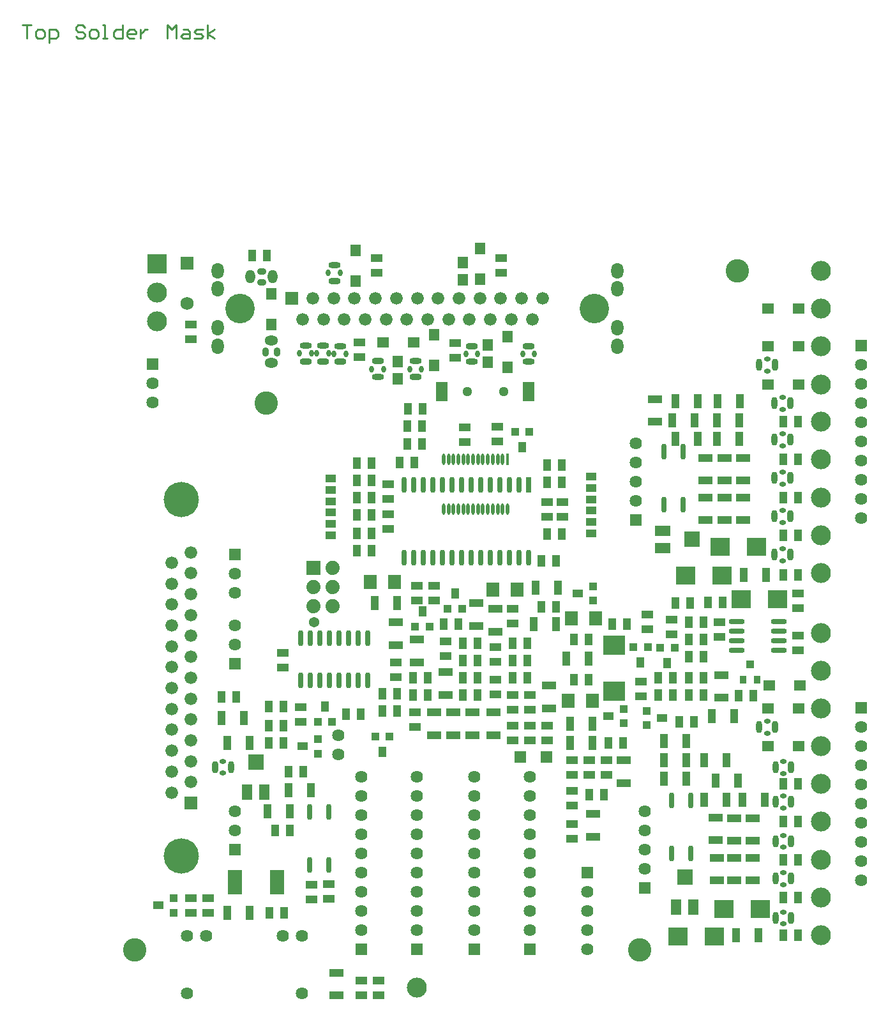
<source format=gts>
%FSLAX23Y23*%
%MOIN*%
G70*
G01*
G75*
G04 Layer_Color=13488067*
G04 Layer_Color=13488067*
%ADD10C,0.013*%
%ADD11R,0.024X0.080*%
%ADD12O,0.024X0.080*%
%ADD13R,0.039X0.071*%
%ADD14R,0.057X0.035*%
%ADD15R,0.035X0.057*%
%ADD16R,0.036X0.036*%
%ADD17R,0.060X0.052*%
%ADD18O,0.030X0.020*%
%ADD19O,0.030X0.059*%
%ADD20O,0.028X0.059*%
%ADD21R,0.071X0.126*%
%ADD22R,0.036X0.050*%
%ADD23R,0.050X0.036*%
%ADD24R,0.095X0.091*%
%ADD25R,0.071X0.039*%
%ADD26R,0.079X0.079*%
%ADD27R,0.051X0.079*%
%ADD28R,0.052X0.060*%
%ADD29O,0.059X0.028*%
%ADD30O,0.059X0.030*%
%ADD31O,0.020X0.030*%
%ADD32R,0.063X0.071*%
%ADD33O,0.013X0.055*%
%ADD34R,0.013X0.055*%
%ADD35O,0.080X0.024*%
%ADD36R,0.037X0.037*%
%ADD37R,0.033X0.037*%
%ADD38R,0.114X0.095*%
%ADD39O,0.067X0.047*%
%ADD40O,0.031X0.043*%
%ADD41O,0.047X0.067*%
%ADD42O,0.043X0.031*%
%ADD43R,0.060X0.100*%
%ADD44C,0.050*%
%ADD45R,0.060X0.060*%
%ADD46R,0.050X0.060*%
%ADD47R,0.079X0.051*%
%ADD48C,0.016*%
%ADD49C,0.024*%
%ADD50C,0.010*%
%ADD51C,0.032*%
%ADD52C,0.020*%
%ADD53C,0.008*%
%ADD54C,0.080*%
%ADD55C,0.050*%
%ADD56C,0.100*%
%ADD57C,0.040*%
%ADD58C,0.005*%
%ADD59C,0.118*%
%ADD60C,0.150*%
%ADD61C,0.060*%
%ADD62R,0.062X0.062*%
%ADD63C,0.062*%
%ADD64R,0.064X0.064*%
%ADD65C,0.064*%
%ADD66R,0.050X0.040*%
%ADD67R,0.100X0.100*%
%ADD68C,0.100*%
%ADD69C,0.047*%
%ADD70O,0.060X0.079*%
%ADD71R,0.070X0.070*%
%ADD72C,0.070*%
%ADD73C,0.180*%
%ADD74C,0.022*%
%ADD75C,0.016*%
%ADD76C,0.028*%
%ADD77C,0.032*%
%ADD78R,0.071X0.063*%
%ADD79C,0.008*%
%ADD80C,0.010*%
%ADD81C,0.012*%
%ADD82C,0.004*%
%ADD83R,0.028X0.084*%
%ADD84O,0.028X0.084*%
%ADD85R,0.043X0.075*%
%ADD86R,0.061X0.039*%
%ADD87R,0.039X0.061*%
%ADD88R,0.040X0.040*%
%ADD89R,0.064X0.056*%
%ADD90O,0.034X0.024*%
%ADD91O,0.034X0.063*%
%ADD92O,0.032X0.063*%
%ADD93R,0.075X0.130*%
%ADD94R,0.040X0.054*%
%ADD95R,0.054X0.040*%
%ADD96R,0.099X0.095*%
%ADD97R,0.075X0.043*%
%ADD98R,0.083X0.083*%
%ADD99R,0.055X0.083*%
%ADD100R,0.056X0.064*%
%ADD101O,0.063X0.032*%
%ADD102O,0.063X0.034*%
%ADD103O,0.024X0.034*%
%ADD104R,0.067X0.075*%
%ADD105O,0.017X0.059*%
%ADD106R,0.017X0.059*%
%ADD107O,0.084X0.028*%
%ADD108R,0.041X0.041*%
%ADD109R,0.037X0.041*%
%ADD110R,0.118X0.099*%
%ADD111O,0.071X0.051*%
%ADD112O,0.035X0.047*%
%ADD113O,0.051X0.071*%
%ADD114O,0.047X0.035*%
%ADD115R,0.064X0.104*%
%ADD116C,0.054*%
%ADD117R,0.054X0.064*%
%ADD118R,0.083X0.055*%
%ADD119C,0.122*%
%ADD120C,0.154*%
%ADD121R,0.066X0.066*%
%ADD122C,0.066*%
%ADD123R,0.068X0.068*%
%ADD124C,0.068*%
%ADD125R,0.054X0.044*%
%ADD126R,0.104X0.104*%
%ADD127C,0.104*%
%ADD128C,0.051*%
%ADD129O,0.064X0.083*%
%ADD130R,0.074X0.074*%
%ADD131C,0.074*%
%ADD132C,0.184*%
D50*
X-390Y5220D02*
X-343D01*
X-367D01*
Y5150D01*
X-308D02*
X-285D01*
X-273Y5162D01*
Y5185D01*
X-285Y5197D01*
X-308D01*
X-320Y5185D01*
Y5162D01*
X-308Y5150D01*
X-250Y5127D02*
Y5197D01*
X-215D01*
X-203Y5185D01*
Y5162D01*
X-215Y5150D01*
X-250D01*
X-63Y5208D02*
X-75Y5220D01*
X-98D01*
X-110Y5208D01*
Y5197D01*
X-98Y5185D01*
X-75D01*
X-63Y5173D01*
Y5162D01*
X-75Y5150D01*
X-98D01*
X-110Y5162D01*
X-28Y5150D02*
X-5D01*
X7Y5162D01*
Y5185D01*
X-5Y5197D01*
X-28D01*
X-40Y5185D01*
Y5162D01*
X-28Y5150D01*
X30D02*
X53D01*
X42D01*
Y5220D01*
X30D01*
X135D02*
Y5150D01*
X100D01*
X88Y5162D01*
Y5185D01*
X100Y5197D01*
X135D01*
X193Y5150D02*
X170D01*
X158Y5162D01*
Y5185D01*
X170Y5197D01*
X193D01*
X205Y5185D01*
Y5173D01*
X158D01*
X228Y5197D02*
Y5150D01*
Y5173D01*
X240Y5185D01*
X251Y5197D01*
X263D01*
X368Y5150D02*
Y5220D01*
X391Y5197D01*
X415Y5220D01*
Y5150D01*
X450Y5197D02*
X473D01*
X485Y5185D01*
Y5150D01*
X450D01*
X438Y5162D01*
X450Y5173D01*
X485D01*
X508Y5150D02*
X543D01*
X555Y5162D01*
X543Y5173D01*
X520D01*
X508Y5185D01*
X520Y5197D01*
X555D01*
X578Y5150D02*
Y5220D01*
Y5173D02*
X613Y5197D01*
X578Y5173D02*
X613Y5150D01*
D64*
X2347Y1400D02*
D03*
X2212D02*
D03*
X720Y1887D02*
D03*
X2560Y797D02*
D03*
X1670Y397D02*
D03*
X2260D02*
D03*
X1380D02*
D03*
X1970D02*
D03*
X3990Y1657D02*
D03*
X290Y3450D02*
D03*
X720Y2457D02*
D03*
Y917D02*
D03*
X2815Y2638D02*
D03*
X2860Y717D02*
D03*
X3990Y3547D02*
D03*
D65*
X1670Y497D02*
D03*
X1380Y997D02*
D03*
Y1097D02*
D03*
Y897D02*
D03*
X1670Y1297D02*
D03*
Y1197D02*
D03*
Y997D02*
D03*
X720Y1987D02*
D03*
Y2087D02*
D03*
X2560Y597D02*
D03*
Y697D02*
D03*
Y397D02*
D03*
Y497D02*
D03*
X1670Y1097D02*
D03*
Y697D02*
D03*
Y797D02*
D03*
X2260Y1197D02*
D03*
Y1297D02*
D03*
Y1097D02*
D03*
Y897D02*
D03*
Y697D02*
D03*
Y797D02*
D03*
Y497D02*
D03*
Y597D02*
D03*
X1380Y1297D02*
D03*
Y697D02*
D03*
Y797D02*
D03*
Y497D02*
D03*
Y597D02*
D03*
X1670Y897D02*
D03*
X1970Y597D02*
D03*
Y497D02*
D03*
Y797D02*
D03*
Y697D02*
D03*
Y897D02*
D03*
Y997D02*
D03*
Y1297D02*
D03*
Y1197D02*
D03*
X2260Y997D02*
D03*
X1970Y1097D02*
D03*
X1380Y1197D02*
D03*
X1670Y597D02*
D03*
X290Y3250D02*
D03*
Y3350D02*
D03*
X720Y2257D02*
D03*
Y2357D02*
D03*
Y1117D02*
D03*
Y1017D02*
D03*
X970Y467D02*
D03*
X1260Y1515D02*
D03*
Y1415D02*
D03*
X2815Y2938D02*
D03*
Y3038D02*
D03*
Y2738D02*
D03*
Y2838D02*
D03*
X2860Y1017D02*
D03*
Y1117D02*
D03*
Y817D02*
D03*
Y917D02*
D03*
X3990Y1457D02*
D03*
Y1557D02*
D03*
Y1257D02*
D03*
Y1357D02*
D03*
Y1157D02*
D03*
Y957D02*
D03*
Y1057D02*
D03*
Y757D02*
D03*
Y857D02*
D03*
Y3347D02*
D03*
Y3447D02*
D03*
Y3147D02*
D03*
Y3247D02*
D03*
Y3047D02*
D03*
Y2847D02*
D03*
Y2947D02*
D03*
Y2647D02*
D03*
Y2747D02*
D03*
X1070Y467D02*
D03*
X570Y467D02*
D03*
X470D02*
D03*
Y167D02*
D03*
X1070D02*
D03*
D83*
X2256Y2820D02*
D03*
D84*
X2206D02*
D03*
X2156D02*
D03*
X2106D02*
D03*
X2056D02*
D03*
X2006D02*
D03*
X1956D02*
D03*
X1906D02*
D03*
X1856D02*
D03*
X1806D02*
D03*
X1756D02*
D03*
X1706D02*
D03*
X1656D02*
D03*
X1606D02*
D03*
Y2440D02*
D03*
X1656D02*
D03*
X1706D02*
D03*
X1756D02*
D03*
X1806D02*
D03*
X1856D02*
D03*
X1906D02*
D03*
X1956D02*
D03*
X2006D02*
D03*
X2056D02*
D03*
X2106D02*
D03*
X2156D02*
D03*
X2206D02*
D03*
X2256D02*
D03*
X1065Y2020D02*
D03*
X1115D02*
D03*
X1165D02*
D03*
X1215D02*
D03*
X1265D02*
D03*
X1315D02*
D03*
X1365D02*
D03*
X1415D02*
D03*
Y1800D02*
D03*
X1365D02*
D03*
X1315D02*
D03*
X1265D02*
D03*
X1215D02*
D03*
X1165D02*
D03*
X1115D02*
D03*
X1065D02*
D03*
X3100Y1174D02*
D03*
X3000D02*
D03*
X3100Y899D02*
D03*
X3000D02*
D03*
X3060Y2994D02*
D03*
X2960D02*
D03*
X3060Y2719D02*
D03*
X2960D02*
D03*
X1210Y1114D02*
D03*
X1110D02*
D03*
X1210Y839D02*
D03*
X1110D02*
D03*
D85*
X3079Y1385D02*
D03*
X2962D02*
D03*
X3139Y3258D02*
D03*
X3022D02*
D03*
X3171Y1177D02*
D03*
X3288D02*
D03*
X3022Y3061D02*
D03*
X3139D02*
D03*
X3212Y1615D02*
D03*
X1009Y1117D02*
D03*
X1119Y1227D02*
D03*
X680Y1476D02*
D03*
X797D02*
D03*
X650Y1604D02*
D03*
X767D02*
D03*
X3337Y472D02*
D03*
X3454D02*
D03*
X3371Y1177D02*
D03*
X3488D02*
D03*
X3230Y1279D02*
D03*
X3347D02*
D03*
X3079Y1287D02*
D03*
X2962D02*
D03*
X3079Y1485D02*
D03*
X2962D02*
D03*
X3377Y2352D02*
D03*
X3494D02*
D03*
X3239Y3061D02*
D03*
X3356D02*
D03*
X3239Y3159D02*
D03*
X3356D02*
D03*
X3003D02*
D03*
X3120D02*
D03*
X1569Y2205D02*
D03*
X1452D02*
D03*
X2281Y2095D02*
D03*
X2398D02*
D03*
X2291Y2285D02*
D03*
X2408D02*
D03*
X2451Y1915D02*
D03*
X2568D02*
D03*
X2471Y1575D02*
D03*
X2588D02*
D03*
X3329Y1615D02*
D03*
X2589Y1475D02*
D03*
X2472D02*
D03*
X892Y1117D02*
D03*
X3288Y1385D02*
D03*
X3171D02*
D03*
X1002Y1227D02*
D03*
X799Y587D02*
D03*
X682D02*
D03*
X3359Y3257D02*
D03*
X3242D02*
D03*
D86*
X970Y1943D02*
D03*
Y1867D02*
D03*
X1760Y2217D02*
D03*
Y2293D02*
D03*
X1670D02*
D03*
X2840Y1717D02*
D03*
Y1793D02*
D03*
X3000Y2118D02*
D03*
Y2042D02*
D03*
X2875Y2067D02*
D03*
Y2143D02*
D03*
X1120Y735D02*
D03*
Y659D02*
D03*
X1063Y1586D02*
D03*
Y1662D02*
D03*
X2430Y2732D02*
D03*
Y2656D02*
D03*
X1520Y2668D02*
D03*
Y2592D02*
D03*
X2080Y1803D02*
D03*
Y1727D02*
D03*
X2170Y2173D02*
D03*
Y2097D02*
D03*
X2080Y1973D02*
D03*
Y1897D02*
D03*
X1920Y3122D02*
D03*
Y3046D02*
D03*
X2090Y3049D02*
D03*
Y3125D02*
D03*
X2260Y1487D02*
D03*
Y1563D02*
D03*
X2350Y1563D02*
D03*
Y1487D02*
D03*
X2170Y1563D02*
D03*
Y1487D02*
D03*
Y1723D02*
D03*
Y1647D02*
D03*
X2260Y1723D02*
D03*
Y1647D02*
D03*
X3660Y2033D02*
D03*
Y1957D02*
D03*
X2480Y1147D02*
D03*
Y1223D02*
D03*
X2570Y1383D02*
D03*
Y1307D02*
D03*
X1560Y1893D02*
D03*
Y1817D02*
D03*
X2350Y2732D02*
D03*
Y2656D02*
D03*
X2660Y1383D02*
D03*
Y1307D02*
D03*
X3250Y2027D02*
D03*
Y2103D02*
D03*
X2480Y1383D02*
D03*
Y1307D02*
D03*
X1870Y3562D02*
D03*
Y3486D02*
D03*
X2110Y3927D02*
D03*
Y4003D02*
D03*
X1370Y3489D02*
D03*
Y3565D02*
D03*
X1460Y4003D02*
D03*
Y3927D02*
D03*
X2480Y1052D02*
D03*
Y976D02*
D03*
X1670Y2217D02*
D03*
X490Y3658D02*
D03*
Y3582D02*
D03*
X490Y589D02*
D03*
Y665D02*
D03*
X580Y589D02*
D03*
Y665D02*
D03*
X1470Y159D02*
D03*
Y235D02*
D03*
X1380Y159D02*
D03*
Y235D02*
D03*
X1520Y2749D02*
D03*
Y2825D02*
D03*
X1820Y2003D02*
D03*
Y1927D02*
D03*
X3660Y2177D02*
D03*
Y2253D02*
D03*
X1660Y1633D02*
D03*
Y1557D02*
D03*
X1210Y738D02*
D03*
Y662D02*
D03*
D87*
X3118Y1585D02*
D03*
X3042D02*
D03*
X1378Y1625D02*
D03*
X1622Y3034D02*
D03*
X1302Y1625D02*
D03*
X973Y1565D02*
D03*
X897D02*
D03*
X973Y1476D02*
D03*
X897D02*
D03*
X973Y1663D02*
D03*
X897D02*
D03*
X1357Y2844D02*
D03*
X1433D02*
D03*
X1357Y2479D02*
D03*
X1433D02*
D03*
X1357Y2934D02*
D03*
X1433D02*
D03*
X1357Y2754D02*
D03*
X1433D02*
D03*
X2352Y2834D02*
D03*
X2428D02*
D03*
X2248Y1995D02*
D03*
X2172D02*
D03*
X2398Y2185D02*
D03*
X2322D02*
D03*
X2248Y1905D02*
D03*
X2172D02*
D03*
X1658Y2937D02*
D03*
X1582D02*
D03*
X1698Y3034D02*
D03*
Y3127D02*
D03*
X1622D02*
D03*
X2398Y2424D02*
D03*
X2322D02*
D03*
X2352Y2924D02*
D03*
X2428D02*
D03*
X1624Y3218D02*
D03*
X1700D02*
D03*
X2248Y1815D02*
D03*
X2172D02*
D03*
X2568Y2015D02*
D03*
X2492D02*
D03*
X3008Y1725D02*
D03*
X2932D02*
D03*
X3008Y1815D02*
D03*
X2932D02*
D03*
X3168Y1925D02*
D03*
X3092D02*
D03*
X3098Y2205D02*
D03*
X3022D02*
D03*
X3168Y1815D02*
D03*
X3092D02*
D03*
X3168Y2015D02*
D03*
X3092D02*
D03*
X3428Y1720D02*
D03*
X3352D02*
D03*
X3268Y2207D02*
D03*
X3192D02*
D03*
X2648Y1205D02*
D03*
X2572D02*
D03*
X1988Y1905D02*
D03*
X1912D02*
D03*
X1728Y1725D02*
D03*
X1652D02*
D03*
X1912Y1725D02*
D03*
X1988D02*
D03*
X1988Y1995D02*
D03*
X1912D02*
D03*
X2428Y2564D02*
D03*
X1357Y2569D02*
D03*
X1433D02*
D03*
X1357Y2664D02*
D03*
X1433D02*
D03*
X2568Y1805D02*
D03*
X2492D02*
D03*
X3168Y2105D02*
D03*
X3092D02*
D03*
X3168Y1725D02*
D03*
X3092D02*
D03*
X1812Y2095D02*
D03*
X1888D02*
D03*
X1492Y1730D02*
D03*
X1568D02*
D03*
X2768Y2095D02*
D03*
X2692D02*
D03*
X2748Y1475D02*
D03*
X2672D02*
D03*
X1568Y1640D02*
D03*
X1492D02*
D03*
X1988Y1815D02*
D03*
X1912D02*
D03*
X1728D02*
D03*
X1652D02*
D03*
X3660Y472D02*
D03*
X3584D02*
D03*
X3660Y669D02*
D03*
X3584D02*
D03*
X3660Y866D02*
D03*
X3584D02*
D03*
X3660Y1063D02*
D03*
X3584D02*
D03*
X3660Y1260D02*
D03*
X3584D02*
D03*
X3660Y2352D02*
D03*
X3584D02*
D03*
X3660Y2559D02*
D03*
X3584D02*
D03*
X3660Y2756D02*
D03*
X3584D02*
D03*
X3660Y2953D02*
D03*
X3584D02*
D03*
X3660Y3150D02*
D03*
X3584D02*
D03*
X2352Y2564D02*
D03*
X651Y1713D02*
D03*
X727D02*
D03*
X1078Y1325D02*
D03*
X1002D02*
D03*
X888Y4017D02*
D03*
X812D02*
D03*
X978Y587D02*
D03*
X902D02*
D03*
X1008Y1017D02*
D03*
X932D02*
D03*
D88*
X2877Y1975D02*
D03*
X2870Y1642D02*
D03*
X1528Y1507D02*
D03*
X1453D02*
D03*
X1153Y1419D02*
D03*
Y1494D02*
D03*
X2590Y2217D02*
D03*
Y2292D02*
D03*
X2183Y3097D02*
D03*
X2802Y1975D02*
D03*
X2870Y1567D02*
D03*
X2750Y1577D02*
D03*
Y1652D02*
D03*
X1907Y2174D02*
D03*
X1737Y2080D02*
D03*
X1228Y1584D02*
D03*
X1153D02*
D03*
X400Y589D02*
D03*
Y664D02*
D03*
X2942Y1970D02*
D03*
X3017D02*
D03*
X1662Y2080D02*
D03*
X1832Y2174D02*
D03*
X2258Y3097D02*
D03*
D89*
X3663Y3346D02*
D03*
X3503D02*
D03*
Y1457D02*
D03*
X3663D02*
D03*
X3503Y1654D02*
D03*
X3663D02*
D03*
X3510Y1775D02*
D03*
X3670D02*
D03*
X3503Y3543D02*
D03*
X3663D02*
D03*
X3503Y3740D02*
D03*
X3663D02*
D03*
X1655Y3563D02*
D03*
X1495D02*
D03*
D90*
X3500Y1526D02*
D03*
Y1587D02*
D03*
Y3477D02*
D03*
Y3416D02*
D03*
X659Y1379D02*
D03*
Y1318D02*
D03*
X3584Y1316D02*
D03*
Y1377D02*
D03*
X3585Y592D02*
D03*
Y531D02*
D03*
Y797D02*
D03*
Y736D02*
D03*
Y992D02*
D03*
Y931D02*
D03*
X3584Y1197D02*
D03*
Y1136D02*
D03*
X3580Y2487D02*
D03*
Y2426D02*
D03*
Y2687D02*
D03*
Y2626D02*
D03*
Y2887D02*
D03*
Y2826D02*
D03*
Y3087D02*
D03*
Y3026D02*
D03*
Y3277D02*
D03*
Y3216D02*
D03*
D91*
X3541Y1557D02*
D03*
Y3447D02*
D03*
X618Y1348D02*
D03*
X3625Y1347D02*
D03*
X3626Y562D02*
D03*
Y767D02*
D03*
Y962D02*
D03*
X3625Y1167D02*
D03*
X3621Y2457D02*
D03*
Y2657D02*
D03*
Y2857D02*
D03*
Y3057D02*
D03*
Y3247D02*
D03*
D92*
X3459Y1557D02*
D03*
Y3447D02*
D03*
X701Y1348D02*
D03*
X3543Y1347D02*
D03*
X3544Y562D02*
D03*
Y767D02*
D03*
Y962D02*
D03*
X3543Y1167D02*
D03*
X3539Y2457D02*
D03*
Y2657D02*
D03*
Y2857D02*
D03*
Y3057D02*
D03*
Y3247D02*
D03*
D93*
X720Y747D02*
D03*
X940D02*
D03*
D94*
X1490Y1427D02*
D03*
X2839Y1895D02*
D03*
X1191Y1664D02*
D03*
X2979Y1890D02*
D03*
X1700Y2160D02*
D03*
X1870Y2254D02*
D03*
X2220Y3017D02*
D03*
D95*
X1073Y1457D02*
D03*
X2510Y2255D02*
D03*
X2950Y1604D02*
D03*
X2670Y1615D02*
D03*
X320Y627D02*
D03*
D96*
X3225Y463D02*
D03*
X3035D02*
D03*
X3275Y607D02*
D03*
X3465D02*
D03*
X3265Y2347D02*
D03*
X3075D02*
D03*
X3255Y2497D02*
D03*
X3445D02*
D03*
X3365Y2225D02*
D03*
X3555D02*
D03*
D97*
X3426Y758D02*
D03*
Y875D02*
D03*
Y965D02*
D03*
Y1082D02*
D03*
X3328Y965D02*
D03*
Y1082D02*
D03*
X3328Y875D02*
D03*
Y758D02*
D03*
X3239Y758D02*
D03*
X3230Y1085D02*
D03*
X3376Y2638D02*
D03*
Y2755D02*
D03*
Y2845D02*
D03*
Y2962D02*
D03*
X3278Y2845D02*
D03*
Y2962D02*
D03*
Y2638D02*
D03*
Y2755D02*
D03*
X3179Y2638D02*
D03*
Y2755D02*
D03*
X3179Y2962D02*
D03*
Y2845D02*
D03*
X2913Y3150D02*
D03*
Y3267D02*
D03*
X1560Y1986D02*
D03*
Y2103D02*
D03*
X1960Y1516D02*
D03*
Y1633D02*
D03*
X2080Y2056D02*
D03*
Y2173D02*
D03*
X2070Y1633D02*
D03*
Y1516D02*
D03*
X2360Y1656D02*
D03*
Y1773D02*
D03*
X2750Y1266D02*
D03*
Y1383D02*
D03*
X2590Y986D02*
D03*
Y1103D02*
D03*
X1820Y1843D02*
D03*
Y1726D02*
D03*
X1860Y1516D02*
D03*
Y1633D02*
D03*
X1670Y1896D02*
D03*
Y2013D02*
D03*
X1760Y1516D02*
D03*
Y1633D02*
D03*
X1980Y2086D02*
D03*
Y2203D02*
D03*
X3239Y875D02*
D03*
X3230Y968D02*
D03*
X3260Y1828D02*
D03*
Y1711D02*
D03*
X1250Y158D02*
D03*
Y275D02*
D03*
D98*
X830Y1374D02*
D03*
X3108Y2537D02*
D03*
X3070Y774D02*
D03*
D99*
X875Y1219D02*
D03*
X785D02*
D03*
X3025Y619D02*
D03*
X3115D02*
D03*
D100*
X2146Y3594D02*
D03*
Y3434D02*
D03*
X1762Y3444D02*
D03*
Y3604D02*
D03*
X1350Y4045D02*
D03*
Y3885D02*
D03*
X910Y3657D02*
D03*
Y3817D02*
D03*
X2000Y4055D02*
D03*
Y3895D02*
D03*
D101*
X2254Y3463D02*
D03*
X1270Y3545D02*
D03*
X1180Y3548D02*
D03*
X1090D02*
D03*
X1240Y3968D02*
D03*
X1467Y3384D02*
D03*
X1663Y3467D02*
D03*
X1959Y3463D02*
D03*
D102*
X2254Y3545D02*
D03*
X1270Y3463D02*
D03*
X1180Y3466D02*
D03*
X1090D02*
D03*
X1240Y3886D02*
D03*
X1663Y3384D02*
D03*
X1467Y3467D02*
D03*
X1959Y3545D02*
D03*
D103*
X2223Y3504D02*
D03*
X2284D02*
D03*
X1300Y3504D02*
D03*
X1239D02*
D03*
X1211Y3507D02*
D03*
X1149D02*
D03*
X1121D02*
D03*
X1059D02*
D03*
X1271Y3927D02*
D03*
X1209D02*
D03*
X1497Y3425D02*
D03*
X1436D02*
D03*
X1633Y3425D02*
D03*
X1694D02*
D03*
X1989Y3504D02*
D03*
X1928D02*
D03*
D104*
X1553Y2315D02*
D03*
X1427D02*
D03*
X2193Y2275D02*
D03*
X2067D02*
D03*
X2477Y2125D02*
D03*
X2603D02*
D03*
X2462Y1695D02*
D03*
X2588D02*
D03*
D105*
X1811Y2695D02*
D03*
X1837D02*
D03*
X1862D02*
D03*
X1888D02*
D03*
X1914D02*
D03*
X1939D02*
D03*
X1965D02*
D03*
X1990D02*
D03*
X2016D02*
D03*
X2067D02*
D03*
X2118D02*
D03*
X2144D02*
D03*
X1811Y2955D02*
D03*
X1837D02*
D03*
X1862D02*
D03*
X1888D02*
D03*
X1914D02*
D03*
X1939D02*
D03*
X1965D02*
D03*
X1990D02*
D03*
X2016D02*
D03*
X2042D02*
D03*
X2067D02*
D03*
X2093D02*
D03*
X2118D02*
D03*
X2042Y2695D02*
D03*
X2093D02*
D03*
D106*
X2144Y2955D02*
D03*
D107*
X3560Y2109D02*
D03*
Y2059D02*
D03*
Y2009D02*
D03*
Y1959D02*
D03*
X3340D02*
D03*
Y2009D02*
D03*
Y2059D02*
D03*
Y2109D02*
D03*
D108*
X3410Y1884D02*
D03*
D109*
X3447Y1806D02*
D03*
X3374D02*
D03*
D110*
X2700Y1985D02*
D03*
Y1744D02*
D03*
D111*
X910Y3576D02*
D03*
Y3458D02*
D03*
D112*
X880Y3516D02*
D03*
X940D02*
D03*
D113*
X919Y3907D02*
D03*
X801D02*
D03*
D114*
X861Y3877D02*
D03*
Y3936D02*
D03*
D115*
X1801Y3308D02*
D03*
X2256D02*
D03*
D116*
X1135Y2105D02*
D03*
D117*
X1910Y3892D02*
D03*
Y3982D02*
D03*
X2040Y3552D02*
D03*
Y3462D02*
D03*
X1570Y3375D02*
D03*
Y3465D02*
D03*
D118*
X2953Y2492D02*
D03*
Y2582D02*
D03*
D119*
X886Y3248D02*
D03*
X3346Y3937D02*
D03*
X197Y394D02*
D03*
X2835D02*
D03*
D120*
X748Y3740D02*
D03*
X2598D02*
D03*
D121*
X1019Y3795D02*
D03*
X492Y1161D02*
D03*
D122*
X1128Y3795D02*
D03*
X1237D02*
D03*
X1346D02*
D03*
X1455D02*
D03*
X1564D02*
D03*
X1673D02*
D03*
X1782D02*
D03*
X1891D02*
D03*
X2000D02*
D03*
X2109D02*
D03*
X2218D02*
D03*
X2327D02*
D03*
X1074Y3685D02*
D03*
X1183D02*
D03*
X1292D02*
D03*
X1401D02*
D03*
X1510D02*
D03*
X1619D02*
D03*
X1728D02*
D03*
X1837D02*
D03*
X1946D02*
D03*
X2055D02*
D03*
X2164D02*
D03*
X2273D02*
D03*
X392Y2415D02*
D03*
Y2306D02*
D03*
Y2197D02*
D03*
Y1979D02*
D03*
Y1870D02*
D03*
Y1761D02*
D03*
Y1652D02*
D03*
Y1543D02*
D03*
Y1325D02*
D03*
Y1216D02*
D03*
X492Y2469D02*
D03*
Y2360D02*
D03*
Y2251D02*
D03*
Y2142D02*
D03*
Y2033D02*
D03*
Y1815D02*
D03*
Y1706D02*
D03*
Y1597D02*
D03*
Y1488D02*
D03*
Y1379D02*
D03*
Y1270D02*
D03*
Y1924D02*
D03*
X392Y1433D02*
D03*
Y2088D02*
D03*
D123*
X470Y3977D02*
D03*
D124*
Y3768D02*
D03*
D125*
X1220Y2677D02*
D03*
Y2559D02*
D03*
Y2618D02*
D03*
Y2795D02*
D03*
Y2854D02*
D03*
Y2736D02*
D03*
X2580Y2805D02*
D03*
Y2746D02*
D03*
Y2864D02*
D03*
Y2628D02*
D03*
Y2569D02*
D03*
Y2687D02*
D03*
D126*
X315Y3976D02*
D03*
D127*
Y3826D02*
D03*
Y3676D02*
D03*
X1670Y197D02*
D03*
X3780Y2047D02*
D03*
Y3937D02*
D03*
Y3740D02*
D03*
Y1850D02*
D03*
Y3543D02*
D03*
Y1654D02*
D03*
Y3346D02*
D03*
Y1457D02*
D03*
Y3150D02*
D03*
Y1260D02*
D03*
Y2953D02*
D03*
Y1063D02*
D03*
Y2756D02*
D03*
Y866D02*
D03*
Y2559D02*
D03*
Y669D02*
D03*
Y2362D02*
D03*
Y472D02*
D03*
D128*
X1934Y3308D02*
D03*
X2126D02*
D03*
D129*
X2717Y3642D02*
D03*
Y3843D02*
D03*
Y3543D02*
D03*
Y3937D02*
D03*
X630Y3642D02*
D03*
Y3843D02*
D03*
Y3543D02*
D03*
Y3937D02*
D03*
D130*
X1130Y2387D02*
D03*
D131*
X1230D02*
D03*
X1130Y2287D02*
D03*
X1230D02*
D03*
X1130Y2187D02*
D03*
X1230D02*
D03*
D132*
X442Y886D02*
D03*
Y2744D02*
D03*
M02*

</source>
